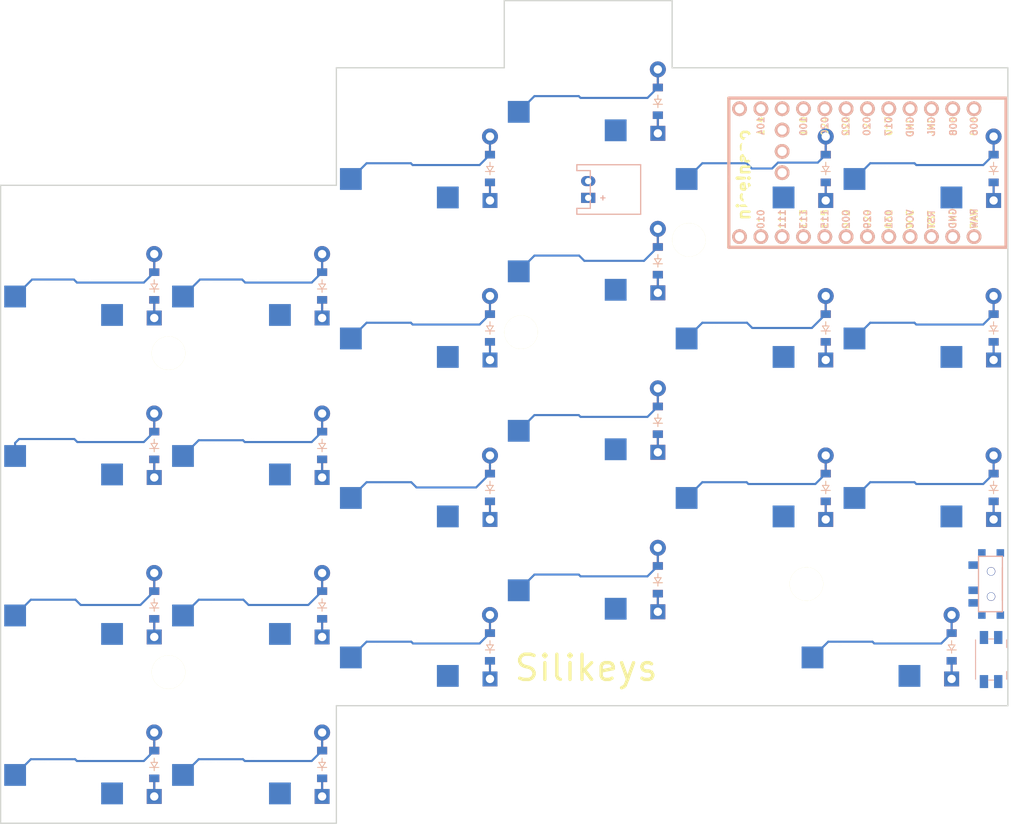
<source format=kicad_pcb>
(kicad_pcb (version 20240108) (generator "pcbnew") (generator_version "8.0")
  (title_block (title "left") (rev "v1.0.0") (company "Unknown"))
  (layers (0 "F.Cu" signal) (31 "B.Cu" signal) (34 "B.Paste" user) (35 "F.Paste" user) (36 "B.SilkS" user "B.Silkscreen") (37 "F.SilkS" user "F.Silkscreen") (38 "B.Mask" user) (39 "F.Mask" user) (44 "Edge.Cuts" user))
  (net 0 "")
  (net 1 "P020")
  (net 2 "shift_utility")
  (net 3 "shift_down")
  (net 4 "shift_home")
  (net 5 "shift_up")
  (net 6 "P022")
  (net 7 "a_utility")
  (net 8 "a_down")
  (net 9 "a_home")
  (net 10 "a_up")
  (net 11 "P024")
  (net 12 "s_utility")
  (net 13 "s_down")
  (net 14 "s_home")
  (net 15 "s_up")
  (net 16 "P100")
  (net 17 "d_utility")
  (net 18 "d_down")
  (net 19 "d_home")
  (net 20 "d_up")
  (net 21 "P011")
  (net 22 "f_down")
  (net 23 "f_home")
  (net 24 "f_up")
  (net 25 "P017")
  (net 26 "g_down")
  (net 27 "g_home")
  (net 28 "g_up")
  (net 29 "g_anchor")
  (net 30 "P029")
  (net 31 "P002")
  (net 32 "P115")
  (net 33 "P113")
  (net 34 "RAW")
  (net 35 "GND")
  (net 36 "RST")
  (net 37 "VCC")
  (net 38 "P031")
  (net 39 "P111")
  (net 40 "P010")
  (net 41 "P009")
  (net 42 "P006")
  (net 43 "P008")
  (net 44 "P104")
  (net 45 "P106")
  (net 46 "P101")
  (net 47 "P102")
  (net 48 "P107")
  (net 49 "pos")
  (footprint "E73:SPDT_C128955" (layer "F.Cu") (at 208 131 -90)
    (property "Reference" "T1" (hide yes))
    (property "Value" "" (hide yes))
  )
  (footprint "PG1350" (layer "F.Cu") (at 180 98 180)
    (property "Reference" "S18" (hide yes))
    (property "Value" "" (hide yes))
  )
  (footprint "PG1350" (layer "F.Cu") (at 100 131 180)
    (property "Reference" "S2" (hide yes))
    (property "Value" "" (hide yes))
  )
  (footprint "ComboDiode" (layer "F.Cu") (at 148.3 119.5 90)
    (property "Reference" "D10" (hide yes))
    (property "Value" "" (hide yes))
  )
  (footprint "ComboDiode" (layer "F.Cu") (at 148.3 138.5 90)
    (property "Reference" "D9" (hide yes))
    (property "Value" "" (hide yes))
  )
  (footprint "PG1350" (layer "F.Cu") (at 160 71 180)
    (property "Reference" "S16" (hide yes))
    (property "Value" "" (hide yes))
  )
  (footprint "PG1350" (layer "F.Cu") (at 200 98 180)
    (property "Reference" "S21" (hide yes))
    (property "Value" "" (hide yes))
  )
  (footprint "Panasonic_EVQPUL_EVQPUC" (layer "F.Cu") (at 208 140 -90)
    (property "Reference" "B1" (hide yes))
    (property "Value" "Panasonic_EVQPUL_EVQPUC" (hide yes))
  )
  (footprint "ComboDiode" (layer "F.Cu") (at 128.3 133.5 90)
    (property "Reference" "D6" (hide yes))
    (property "Value" "" (hide yes))
  )
  (footprint "HOLE_M2_TH" (layer "F.Cu") (at 152 101)
    (property "Reference" "")
    (property "Value" "")
  )
  (footprint "ComboDiode" (layer "F.Cu") (at 128.3 152.5 90)
    (property "Reference" "D5" (hide yes))
    (property "Value" "" (hide yes))
  )
  (footprint "JST_PH_S2B-PH-K_02x2.00mm_Angled" (layer "F.Cu") (at 160 84 90)
    (property "Reference" "JST1" (hide yes))
    (property "Value" "" (hide yes))
  )
  (footprint "PG1350" (layer "F.Cu") (at 180 117 180)
    (property "Reference" "S17" (hide yes))
    (property "Value" "" (hide yes))
  )
  (footprint "ComboDiode" (layer "F.Cu") (at 108.3 95.5 90)
    (property "Reference" "D4" (hide yes))
    (property "Value" "" (hide yes))
  )
  (footprint "PG1350" (layer "F.Cu") (at 100 93 180)
    (property "Reference" "S4" (hide yes))
    (property "Value" "" (hide yes))
  )
  (footprint "PG1350" (layer "F.Cu") (at 120 150 180)
    (property "Reference" "S5" (hide yes))
    (property "Value" "" (hide yes))
  )
  (footprint "PG1350" (layer "F.Cu") (at 140 117 180)
    (property "Reference" "S10" (hide yes))
    (property "Value" "" (hide yes))
  )
  (footprint "ComboDiode" (layer "F.Cu") (at 168.3 73.5 90)
    (property "Reference" "D16" (hide yes))
    (property "Value" "" (hide yes))
  )
  (footprint "ComboDiode" (layer "F.Cu") (at 108.3 133.5 90)
    (property "Reference" "D2" (hide yes))
    (property "Value" "" (hide yes))
  )
  (footprint "PG1350" (layer "F.Cu") (at 160 109 180)
    (property "Reference" "S14" (hide yes))
    (property "Value" "" (hide yes))
  )
  (footprint "ComboDiode" (layer "F.Cu") (at 188.3 119.5 90)
    (property "Reference" "D17" (hide yes))
    (property "Value" "" (hide yes))
  )
  (footprint "PG1350" (layer "F.Cu") (at 195 136 180)
    (property "Reference" "S23" (hide yes))
    (property "Value" "" (hide yes))
  )
  (footprint "ComboDiode" (layer "F.Cu") (at 168.3 111.5 90)
    (property "Reference" "D14" (hide yes))
    (property "Value" "" (hide yes))
  )
  (footprint "ComboDiode" (layer "F.Cu") (at 188.3 100.5 90)
    (property "Reference" "D18" (hide yes))
    (property "Value" "" (hide yes))
  )
  (footprint "ComboDiode" (layer "F.Cu") (at 188.3 81.5 90)
    (property "Reference" "D19" (hide yes))
    (property "Value" "" (hide yes))
  )
  (footprint "PG1350" (layer "F.Cu") (at 140 79 180)
    (property "Reference" "S12" (hide yes))
    (property "Value" "" (hide yes))
  )
  (footprint "PG1350" (layer "F.Cu") (at 180 79 180)
    (property "Reference" "S19" (hide yes))
    (property "Value" "" (hide yes))
  )
  (footprint "ComboDiode" (layer "F.Cu") (at 208.3 81.5 90)
    (property "Reference" "D22" (hide yes))
    (property "Value" "" (hide yes))
  )
  (footprint "PG1350" (layer "F.Cu") (at 140 136 180)
    (property "Reference" "S9" (hide yes))
    (property "Value" "" (hide yes))
  )
  (footprint "PG1350" (layer "F.Cu") (at 160 90 180)
    (property "Reference" "S15" (hide yes))
    (property "Value" "" (hide yes))
  )
  (footprint "PG1350" (layer "F.Cu") (at 140 98 180)
    (property "Reference" "S11" (hide yes))
    (property "Value" "" (hide yes))
  )
  (footprint "ComboDiode" (layer "F.Cu") (at 203.3 138.5 90)
    (property "Reference" "D23" (hide yes))
    (property "Value" "" (hide yes))
  )
  (footprint "ComboDiode" (layer "F.Cu") (at 208.3 119.5 90)
    (property "Reference" "D20" (hide yes))
    (property "Value" "" (hide yes))
  )
  (footprint "ComboDiode" (layer "F.Cu") (at 108.3 152.5 90)
    (property "Reference" "D1" (hide yes))
    (property "Value" "" (hide yes))
  )
  (footprint "HOLE_M2_TH" (layer "F.Cu") (at 110 141.5)
    (property "Reference" "")
    (property "Value" "")
  )
  (footprint "ComboDiode" (layer "F.Cu") (at 168.3 130.5 90)
    (property "Reference" "D13" (hide yes))
    (property "Value" "" (hide yes))
  )
  (footprint "HOLE_M2_TH" (layer "F.Cu") (at 186 131)
    (property "Reference" "")
    (property "Value" "")
  )
  (footprint "ComboDiode" (layer "F.Cu") (at 128.3 95.5 90)
    (property "Reference" "D8" (hide yes))
    (property "Value" "" (hide yes))
  )
  (footprint "ComboDiode" (layer "F.Cu") (at 208.3 100.5 90)
    (property "Reference" "D21" (hide yes))
    (property "Value" "" (hide yes))
  )
  (footprint "HOLE_M2_TH" (layer "F.Cu") (at 172 90)
    (property "Reference" "")
    (property "Value" "")
  )
  (footprint "PG1350" (layer "F.Cu") (at 120 112 180)
    (property "Reference" "S7" (hide yes))
    (property "Value" "" (hide yes))
  )
  (footprint "PG1350" (layer "F.Cu") (at 200 79 180)
    (property "Reference" "S22" (hide yes))
    (property "Value" "" (hide yes))
  )
  (footprint "HOLE_M2_TH" (layer "F.Cu") (at 110 103.5)
    (property "Reference" "")
    (property "Value" "")
  )
  (footprint "ComboDiode" (layer "F.Cu") (at 128.3 114.5 90)
    (property "Reference" "D7" (hide yes))
    (property "Value" "" (hide yes))
  )
  (footprint "ComboDiode" (layer "F.Cu") (at 148.3 100.5 90)
    (property "Reference" "D11" (hide yes))
    (property "Value" "" (hide yes))
  )
  (footprint "PG1350" (layer "F.Cu") (at 120 93 180)
    (property "Reference" "S8" (hide yes))
    (property "Value" "" (hide yes))
  )
  (footprint "ComboDiode" (layer "F.Cu") (at 108.3 114.5 90)
    (property "Reference" "D3" (hide yes))
    (property "Value" "" (hide yes))
  )
  (footprint "ComboDiode" (layer "F.Cu") (at 148.3 81.5 90)
    (property "Reference" "D12" (hide yes))
    (property "Value" "" (hide yes))
  )
  (footprint "nice_nano" (layer "F.Cu") (at 192 82 180)
    (property "Reference" "MCU1" (hide yes))
    (property "Value" "nice_nano" (hide yes))
  )
  (footprint "ComboDiode" (layer "F.Cu") (at 168.3 92.5 90)
    (property "Reference" "D15" (hide yes))
    (property "Value" "" (hide yes))
  )
  (footprint "PG1350" (layer "F.Cu") (at 120 131 180)
    (property "Reference" "S6" (hide yes))
    (property "Value" "" (hide yes))
  )
  (footprint "PG1350" (layer "F.Cu") (at 100 112 180)
    (property "Reference" "S3" (hide yes))
    (property "Value" "" (hide yes))
  )
  (footprint "PG1350" (layer "F.Cu") (at 160 128 180)
    (property "Reference" "S13" (hide yes))
    (property "Value" "" (hide yes))
  )
  (footprint "PG1350" (layer "F.Cu") (at 200 117 180)
    (property "Reference" "S20" (hide yes))
    (property "Value" "" (hide yes))
  )
  (footprint "PG1350" (layer "F.Cu") (at 100 150 180)
    (property "Reference" "S1" (hide yes))
    (property "Value" "" (hide yes))
  )
  (gr_line (start 170 61.5) (end 170 69.5) (stroke (width 0.15)) (layer "Edge.Cuts"))
  (gr_line (start 170 69.5) (end 210 69.5) (stroke (width 0.15)) (layer "Edge.Cuts"))
  (gr_line (start 90 159.5) (end 90 83.5) (stroke (width 0.15)) (layer "Edge.Cuts"))
  (gr_line (start 130 145.5) (end 130 159.5) (stroke (width 0.15)) (layer "Edge.Cuts"))
  (gr_line (start 130 145.5) (end 210 145.5) (stroke (width 0.15)) (layer "Edge.Cuts"))
  (gr_line (start 130 69.5) (end 150 69.5) (stroke (width 0.15)) (layer "Edge.Cuts"))
  (gr_line (start 90 83.5) (end 130 83.5) (stroke (width 0.15)) (layer "Edge.Cuts"))
  (gr_line (start 150 61.5) (end 170 61.5) (stroke (width 0.15)) (layer "Edge.Cuts"))
  (gr_line (start 130 159.5) (end 90 159.5) (stroke (width 0.15)) (layer "Edge.Cuts"))
  (gr_line (start 210 69.5) (end 210 145.5) (stroke (width 0.15)) (layer "Edge.Cuts"))
  (gr_line (start 150 69.5) (end 150 61.5) (stroke (width 0.15)) (layer "Edge.Cuts"))
  (gr_line (start 130 83.5) (end 130 69.5) (stroke (width 0.15)) (layer "Edge.Cuts"))
  (gr_text "Silikeys" (at 151 141 0) (layer "F.SilkS") (effects (font (size 3 3) (thickness 0.4)) (justify left)))
  (segment (start 108.3 150.85) (end 108.3 148.69) (width 0.25) (layer "F.Cu") (net 2))
  (segment (start 98.875 151.875) (end 99.0895 152.0895) (width 0.25) (layer "B.Cu") (net 2))
  (segment (start 107.0605 152.0895) (end 108.3 150.85) (width 0.25) (layer "B.Cu") (net 2))
  (segment (start 93.6 151.875) (end 98.875 151.875) (width 0.25) (layer "B.Cu") (net 2))
  (segment (start 91.725 153.75) (end 93.6 151.875) (width 0.25) (layer "B.Cu") (net 2))
  (segment (start 108.3 150.85) (end 108.3 148.69) (width 0.25) (layer "B.Cu") (net 2))
  (segment (start 99.0895 152.0895) (end 107.0605 152.0895) (width 0.25) (layer "B.Cu") (net 2))
  (segment (start 108.3 131.85) (end 108.3 129.69) (width 0.25) (layer "F.Cu") (net 3))
  (segment (start 106.65 133.5) (end 108.3 131.85) (width 0.25) (layer "B.Cu") (net 3))
  (segment (start 108.3 129.69) (end 108.3 131.85) (width 0.25) (layer "B.Cu") (net 3))
  (segment (start 91.725 134.75) (end 93.6 132.875) (width 0.25) (layer "B.Cu") (net 3))
  (segment (start 99.545001 133.5) (end 106.65 133.5) (width 0.25) (layer "B.Cu") (net 3))
  (segment (start 93.6 132.875) (end 98.920001 132.875) (width 0.25) (layer "B.Cu") (net 3))
  (segment (start 98.920001 132.875) (end 99.545001 133.5) (width 0.25) (layer "B.Cu") (net 3))
  (segment (start 108.3 112.85) (end 108.3 110.69) (width 0.25) (layer "F.Cu") (net 4))
  (segment (start 98.772501 113.7275) (end 99.134501 114.0895) (width 0.25) (layer "B.Cu") (net 4))
  (segment (start 91.725 114.2) (end 92.1975 113.7275) (width 0.25) (layer "B.Cu") (net 4))
  (segment (start 92.1975 113.7275) (end 98.772501 113.7275) (width 0.25) (layer "B.Cu") (net 4))
  (segment (start 107.0605 114.0895) (end 108.3 112.85) (width 0.25) (layer "B.Cu") (net 4))
  (segment (start 108.3 112.85) (end 108.3 110.69) (width 0.25) (layer "B.Cu") (net 4))
  (segment (start 99.134501 114.0895) (end 107.0605 114.0895) (width 0.25) (layer "B.Cu") (net 4))
  (segment (start 91.725 115.75) (end 91.725 114.2) (width 0.25) (layer "B.Cu") (net 4))
  (segment (start 108.3 91.69) (end 108.3 93.85) (width 0.25) (layer "F.Cu") (net 5))
  (segment (start 108.3 93.85) (end 108.3 91.69) (width 0.25) (layer "B.Cu") (net 5))
  (segment (start 98.7275 94.7275) (end 99.0895 95.0895) (width 0.25) (layer "B.Cu") (net 5))
  (segment (start 91.725 96.75) (end 93.7475 94.7275) (width 0.25) (layer "B.Cu") (net 5))
  (segment (start 93.7475 94.7275) (end 98.7275 94.7275) (width 0.25) (layer "B.Cu") (net 5))
  (segment (start 99.0895 95.0895) (end 107.0605 95.0895) (width 0.25) (layer "B.Cu") (net 5))
  (segment (start 107.0605 95.0895) (end 108.3 93.85) (width 0.25) (layer "B.Cu") (net 5))
  (segment (start 128.3 150.85) (end 128.3 148.69) (width 0.25) (layer "F.Cu") (net 7))
  (segment (start 127.0605 152.0895) (end 128.3 150.85) (width 0.25) (layer "B.Cu") (net 7))
  (segment (start 128.3 148.69) (end 128.3 150.85) (width 0.25) (layer "B.Cu") (net 7))
  (segment (start 111.725 153.75) (end 113.6 151.875) (width 0.25) (layer "B.Cu") (net 7))
  (segment (start 118.875 151.875) (end 119.0895 152.0895) (width 0.25) (layer "B.Cu") (net 7))
  (segment (start 119.0895 152.0895) (end 127.0605 152.0895) (width 0.25) (layer "B.Cu") (net 7))
  (segment (start 113.6 151.875) (end 118.875 151.875) (width 0.25) (layer "B.Cu") (net 7))
  (segment (start 128.3 131.85) (end 128.3 129.69) (width 0.25) (layer "F.Cu") (net 8))
  (segment (start 118.920001 132.875) (end 119.545001 133.5) (width 0.25) (layer "B.Cu") (net 8))
  (segment (start 111.725 134.75) (end 113.6 132.875) (width 0.25) (layer "B.Cu") (net 8))
  (segment (start 128.3 131.85) (end 128.3 129.69) (width 0.25) (layer "B.Cu") (net 8))
  (segment (start 119.545001 133.5) (end 126.65 133.5) (width 0.25) (layer "B.Cu") (net 8))
  (segment (start 113.6 132.875) (end 118.920001 132.875) (width 0.25) (layer "B.Cu") (net 8))
  (segment (start 126.65 133.5) (end 128.3 131.85) (width 0.25) (layer "B.Cu") (net 8))
  (segment (start 128.3 112.85) (end 128.3 110.69) (width 0.25) (layer "F.Cu") (net 9))
  (segment (start 127.0605 114.0895) (end 128.3 112.85) (width 0.25) (layer "B.Cu") (net 9))
  (segment (start 128.3 112.85) (end 128.3 110.69) (width 0.25) (layer "B.Cu") (net 9))
  (segment (start 113.6 113.875) (end 118.875 113.875) (width 0.25) (layer "B.Cu") (net 9))
  (segment (start 118.875 113.875) (end 119.0895 114.0895) (width 0.25) (layer "B.Cu") (net 9))
  (segment (start 119.0895 114.0895) (end 127.0605 114.0895) (width 0.25) (layer "B.Cu") (net 9))
  (segment (start 111.725 115.75) (end 113.6 113.875) (width 0.25) (layer "B.Cu") (net 9))
  (segment (start 128.3 91.69) (end 128.3 93.85) (width 0.25) (layer "F.Cu") (net 10))
  (segment (start 111.725 96.75) (end 113.7475 94.7275) (width 0.25) (layer "B.Cu") (net 10))
  (segment (start 128.3 93.85) (end 128.3 91.69) (width 0.25) (layer "B.Cu") (net 10))
  (segment (start 118.772501 94.7275) (end 119.134501 95.0895) (width 0.25) (layer "B.Cu") (net 10))
  (segment (start 113.7475 94.7275) (end 118.772501 94.7275) (width 0.25) (layer "B.Cu") (net 10))
  (segment (start 119.134501 95.0895) (end 127.0605 95.0895) (width 0.25) (layer "B.Cu") (net 10))
  (segment (start 127.0605 95.0895) (end 128.3 93.85) (width 0.25) (layer "B.Cu") (net 10))
  (segment (start 148.3 136.85) (end 148.3 134.69) (width 0.25) (layer "F.Cu") (net 12))
  (segment (start 138.920001 137.875) (end 139.134501 138.0895) (width 0.25) (layer "B.Cu") (net 12))
  (segment (start 133.6 137.875) (end 138.920001 137.875) (width 0.25) (layer "B.Cu") (net 12))
  (segment (start 148.3 134.69) (end 148.3 136.85) (width 0.25) (layer "B.Cu") (net 12))
  (segment (start 147.0605 138.0895) (end 148.3 136.85) (width 0.25) (layer "B.Cu") (net 12))
  (segment (start 131.725 139.75) (end 133.6 137.875) (width 0.25) (layer "B.Cu") (net 12))
  (segment (start 139.134501 138.0895) (end 147.0605 138.0895) (width 0.25) (layer "B.Cu") (net 12))
  (segment (start 148.3 117.85) (end 148.3 115.69) (width 0.25) (layer "F.Cu") (net 13))
  (segment (start 148.3 115.69) (end 148.3 117.85) (width 0.25) (layer "B.Cu") (net 13))
  (segment (start 146.65 119.5) (end 148.3 117.85) (width 0.25) (layer "B.Cu") (net 13))
  (segment (start 131.725 120.75) (end 133.6 118.875) (width 0.25) (layer "B.Cu") (net 13))
  (segment (start 138.920001 118.875) (end 139.545001 119.5) (width 0.25) (layer "B.Cu") (net 13))
  (segment (start 139.545001 119.5) (end 146.65 119.5) (width 0.25) (layer "B.Cu") (net 13))
  (segment (start 133.6 118.875) (end 138.920001 118.875) (width 0.25) (layer "B.Cu") (net 13))
  (segment (start 148.3 96.69) (end 148.3 98.85) (width 0.25) (layer "F.Cu") (net 14))
  (segment (start 139.0895 100.0895) (end 147.0605 100.0895) (width 0.25) (layer "B.Cu") (net 14))
  (segment (start 138.875 99.875) (end 139.0895 100.0895) (width 0.25) (layer "B.Cu") (net 14))
  (segment (start 131.725 101.75) (end 133.6 99.875) (width 0.25) (layer "B.Cu") (net 14))
  (segment (start 148.3 96.69) (end 148.3 98.85) (width 0.25) (layer "B.Cu") (net 14))
  (segment (start 147.0605 100.0895) (end 148.3 98.85) (width 0.25) (layer "B.Cu") (net 14))
  (segment (start 133.6 99.875) (end 138.875 99.875) (width 0.25) (layer "B.Cu") (net 14))
  (segment (start 148.3 77.69) (end 148.3 79.85) (width 0.25) (layer "F.Cu") (net 15))
  (segment (start 147.0605 81.0895) (end 148.3 79.85) (width 0.25) (layer "B.Cu") (net 15))
  (segment (start 138.875 80.875) (end 139.0895 81.0895) (width 0.25) (layer "B.Cu") (net 15))
  (segment (start 139.0895 81.0895) (end 147.0605 81.0895) (width 0.25) (layer "B.Cu") (net 15))
  (segment (start 133.6 80.875) (end 138.875 80.875) (width 0.25) (layer "B.Cu") (net 15))
  (segment (start 131.725 82.75) (end 133.6 80.875) (width 0.25) (layer "B.Cu") (net 15))
  (segment (start 148.3 79.85) (end 148.3 77.69) (width 0.25) (layer "B.Cu") (net 15))
  (segment (start 168.3 128.85) (end 168.3 126.69) (width 0.25) (layer "F.Cu") (net 17))
  (segment (start 159.0895 130.0895) (end 167.0605 130.0895) (width 0.25) (layer "B.Cu") (net 17))
  (segment (start 158.875 129.875) (end 159.0895 130.0895) (width 0.25) (layer "B.Cu") (net 17))
  (segment (start 151.725 131.75) (end 153.6 129.875) (width 0.25) (layer "B.Cu") (net 17))
  (segment (start 168.3 128.85) (end 168.3 126.69) (width 0.25) (layer "B.Cu") (net 17))
  (segment (start 167.0605 130.0895) (end 168.3 128.85) (width 0.25) (layer "B.Cu") (net 17))
  (segment (start 153.6 129.875) (end 158.875 129.875) (width 0.25) (layer "B.Cu") (net 17))
  (segment (start 168.3 109.85) (end 168.3 107.69) (width 0.25) (layer "F.Cu") (net 18))
  (segment (start 168.3 109.85) (end 168.3 107.69) (width 0.25) (layer "B.Cu") (net 18))
  (segment (start 167.0605 111.0895) (end 168.3 109.85) (width 0.25) (layer "B.Cu") (net 18))
  (segment (start 153.6 110.875) (end 158.875 110.875) (width 0.25) (layer "B.Cu") (net 18))
  (segment (start 151.725 112.75) (end 153.6 110.875) (width 0.25) (layer "B.Cu") (net 18))
  (segment (start 159.0895 111.0895) (end 167.0605 111.0895) (width 0.25) (layer "B.Cu") (net 18))
  (segment (start 158.875 110.875) (end 159.0895 111.0895) (width 0.25) (layer "B.Cu") (net 18))
  (segment (start 168.3 90.85) (end 168.3 88.69) (width 0.25) (layer "F.Cu") (net 19))
  (segment (start 151.725 93.75) (end 153.6 91.875) (width 0.25) (layer "B.Cu") (net 19))
  (segment (start 166.65 92.5) (end 168.3 90.85) (width 0.25) (layer "B.Cu") (net 19))
  (segment (start 159.545001 92.5) (end 166.65 92.5) (width 0.25) (layer "B.Cu") (net 19))
  (segment (start 153.6 91.875) (end 158.920001 91.875) (width 0.25) (layer "B.Cu") (net 19))
  (segment (start 158.920001 91.875) (end 159.545001 92.5) (width 0.25) (layer "B.Cu") (net 19))
  (segment (start 168.3 90.85) (end 168.3 88.69) (width 0.25) (layer "B.Cu") (net 19))
  (segment (start 168.3 69.69) (end 168.3 71.85) (width 0.25) (layer "F.Cu") (net 20))
  (segment (start 153.6 72.875) (end 158.875 72.875) (width 0.25) (layer "B.Cu") (net 20))
  (segment (start 168.3 71.85) (end 168.3 69.69) (width 0.25) (layer "B.Cu") (net 20))
  (segment (start 167.0605 73.0895) (end 168.3 71.85) (width 0.25) (layer "B.Cu") (net 20))
  (segment (start 158.875 72.875) (end 159.0895 73.0895) (width 0.25) (layer "B.Cu") (net 20))
  (segment (start 159.0895 73.0895) (end 167.0605 73.0895) (width 0.25) (layer "B.Cu") (net 20))
  (segment (start 151.725 74.75) (end 153.6 72.875) (width 0.25) (layer "B.Cu") (net 20))
  (segment (start 188.3 117.85) (end 188.3 115.69) (width 0.25) (layer "F.Cu") (net 22))
  (segment (start 173.6 118.875) (end 178.875 118.875) (width 0.25) (layer "B.Cu") (net 22))
  (segment (start 188.3 115.69) (end 188.3 117.85) (width 0.25) (layer "B.Cu") (net 22))
  (segment (start 179.0895 119.0895) (end 187.0605 119.0895) (width 0.25) (layer "B.Cu") (net 22))
  (segment (start 171.725 120.75) (end 173.6 118.875) (width 0.25) (layer "B.Cu") (net 22))
  (segment (start 178.875 118.875) (end 179.0895 119.0895) (width 0.25) (layer "B.Cu") (net 22))
  (segment (start 187.0605 119.0895) (end 188.3 117.85) (width 0.25) (layer "B.Cu") (net 22))
  (segment (start 188.3 98.85) (end 188.3 96.69) (width 0.25) (layer "F.Cu") (net 23))
  (segment (start 186.65 100.5) (end 188.3 98.85) (width 0.25) (layer "B.Cu") (net 23))
  (segment (start 179.545001 100.5) (end 186.65 100.5) (width 0.25) (layer "B.Cu") (net 23))
  (segment (start 171.725 101.75) (end 173.6 99.875) (width 0.25) (layer "B.Cu") (net 23))
  (segment (start 188.3 96.69) (end 188.3 98.85) (width 0.25) (layer "B.Cu") (net 23))
  (segment (start 178.920001 99.875) (end 179.545001 100.5) (width 0.25) (layer "B.Cu") (net 23))
  (segment (start 173.6 99.875) (end 178.920001 99.875) (width 0.25) (layer "B.Cu") (net 23))
  (segment (start 188.3 79.85) (end 188.3 77.69) (width 0.25) (layer "F.Cu") (net 24))
  (segment (start 171.725 82.75) (end 173.6 80.875) (width 0.25) (layer "B.Cu") (net 24))
  (segment (start 181.911105 81.5) (end 182.612405 80.7987) (width 0.25) (layer "B.Cu") (net 24))
  (segment (start 188.3 79.85) (end 188.3 77.69) (width 0.25) (layer "B.Cu") (net 24))
  (segment (start 187.3513 80.7987) (end 188.3 79.85) (width 0.25) (layer "B.Cu") (net 24))
  (segment (start 178.875 80.875) (end 179.5 81.5) (width 0.25) (layer "B.Cu") (net 24))
  (segment (start 179.5 81.5) (end 181.911105 81.5) (width 0.25) (layer "B.Cu") (net 24))
  (segment (start 182.612405 80.7987) (end 187.3513 80.7987) (width 0.25) (layer "B.Cu") (net 24))
  (segment (start 173.6 80.875) (end 178.875 80.875) (width 0.25) (layer "B.Cu") (net 24))
  (segment (start 208.3 117.85) (end 208.3 115.69) (width 0.25) (layer "F.Cu") (net 26))
  (segment (start 191.725 120.75) (end 193.6 118.875) (width 0.25) (layer "B.Cu") (net 26))
  (segment (start 193.6 118.875) (end 198.875 118.875) (width 0.25) (layer "B.Cu") (net 26))
  (segment (start 208.3 117.85) (end 208.3 115.69) (width 0.25) (layer "B.Cu") (net 26))
  (segment (start 199.0895 119.0895) (end 207.0605 119.0895) (width 0.25) (layer "B.Cu") (net 26))
  (segment (start 207.0605 119.0895) (end 208.3 117.85) (width 0.25) (layer "B.Cu") (net 26))
  (segment (start 198.875 118.875) (end 199.0895 119.0895) (width 0.25) (layer "B.Cu") (net 26))
  (segment (start 208.3 96.69) (end 208.3 98.85) (width 0.25) (layer "F.Cu") (net 27))
  (segment (start 193.6 99.875) (end 198.875 99.875) (width 0.25) (layer "B.Cu") (net 27))
  (segment (start 208.3 98.85) (end 208.3 96.69) (width 0.25) (layer "B.Cu") (net 27))
  (segment (start 198.875 99.875) (end 199.0895 100.0895) (width 0.25) (layer "B.Cu") (net 27))
  (segment (start 199.0895 100.0895) (end 207.0605 100.0895) (width 0.25) (layer "B.Cu") (net 27))
  (segment (start 191.725 101.75) (end 193.6 99.875) (width 0.25) (layer "B.Cu") (net 27))
  (segment (start 207.0605 100.0895) (end 208.3 98.85) (width 0.25) (layer "B.Cu") (net 27))
  (segment (start 208.3 77.69) (end 208.3 79.85) (width 0.25) (layer "F.Cu") (net 28))
  (segment (start 191.725 82.75) (end 193.6 80.875) (width 0.25) (layer "B.Cu") (net 28))
  (segment (start 199.0895 81.0895) (end 207.0605 81.0895) (width 0.25) (layer "B.Cu") (net 28))
  (segment (start 208.3 79.85) (end 208.3 77.69) (width 0.25) (layer "B.Cu") (net 28))
  (segment (start 198.875 80.875) (end 199.0895 81.0895) (width 0.25) (layer "B.Cu") (net 28))
  (segment (start 207.0605 81.0895) (end 208.3 79.85) (width 0.25) (layer "B.Cu") (net 28))
  (segment (start 193.6 80.875) (end 198.875 80.875) (width 0.25) (layer "B.Cu") (net 28))
  (segment (start 203.3 134.69) (end 203.3 136.85) (width 0.25) (layer "F.Cu") (net 29))
  (segment (start 193.875 137.875) (end 194.0895 138.0895) (width 0.25) (layer "B.Cu") (net 29))
  (segment (start 202.0605 138.0895) (end 203.3 136.85) (width 0.25) (layer "B.Cu") (net 29))
  (segment (start 194.0895 138.0895) (end 202.0605 138.0895) (width 0.25) (layer "B.Cu") (net 29))
  (segment (start 188.6 137.875) (end 193.875 137.875) (width 0.25) (layer "B.Cu") (net 29))
  (segment (start 203.3 134.69) (end 203.3 136.85) (width 0.25) (layer "B.Cu") (net 29))
  (segment (start 186.725 139.75) (end 188.6 137.875) (width 0.25) (layer "B.Cu") (net 29))
  (segment (start 108.3 156.31) (end 108.3 154.15) (width 0.25) (layer "F.Cu") (net 30))
  (segment (start 128.3 156.31) (end 128.3 154.15) (width 0.25) (layer "F.Cu") (net 30))
  (segment (start 148.3 142.31) (end 148.3 140.15) (width 0.25) (layer "F.Cu") (net 30))
  (segment (start 203.3 140.15) (end 203.3 142.31) (width 0.25) (layer "F.Cu") (net 30))
  (segment (start 168.3 134.31) (end 168.3 132.15) (width 0.25) (layer "F.Cu") (net 30))
  (segment (start 108.3 154.15) (end 108.3 156.31) (width 0.25) (layer "B.Cu") (net 30))
  (segment (start 168.3 134.31) (end 168.3 132.15) (width 0.25) (layer "B.Cu") (net 30))
  (segment (start 128.3 156.31) (end 128.3 154.15) (width 0.25) (layer "B.Cu") (net 30))
  (segment (start 148.3 140.15) (end 148.3 142.31) (width 0.25) (layer "B.Cu") (net 30))
  (segment (start 203.3 140.15) (end 203.3 142.31) (width 0.25) (layer "B.Cu") (net 30))
  (segment (start 188.3 123.31) (end 188.3 121.15) (width 0.25) (layer "F.Cu") (net 31))
  (segment (start 148.3 123.31) (end 148.3 121.15) (width 0.25) (layer "F.Cu") (net 31))
  (segment (start 208.3 123.31) (end 208.3 121.15) (width 0.25) (layer "F.Cu") (net 31))
  (segment (start 108.3 137.31) (end 108.3 135.15) (width 0.25) (layer "F.Cu") (net 31))
  (segment (start 128.3 137.31) (end 128.3 135.15) (width 0.25) (layer "F.Cu") (net 31))
  (segment (start 168.3 115.31) (end 168.3 113.15) (width 0.25) (layer "F.Cu") (net 31))
  (segment (start 128.3 137.31) (end 128.3 135.15) (width 0.25) (layer "B.Cu") (net 31))
  (segment (start 208.3 123.31) (end 208.3 121.15) (width 0.25) (layer "B.Cu") (net 31))
  (segment (start 108.3 135.15) (end 108.3 137.31) (width 0.25) (layer "B.Cu") (net 31))
  (segment (start 148.3 121.15) (end 148.3 123.31) (width 0.25) (layer "B.Cu") (net 31))
  (segment (start 168.3 115.31) (end 168.3 113.15) (width 0.25) (layer "B.Cu") (net 31))
  (segment (start 188.3 121.15) (end 188.3 123.31) (width 0.25) (layer "B.Cu") (net 31))
  (segment (start 208.3 102.15) (end 208.3 104.31) (width 0.25) (layer "F.Cu") (net 32))
  (segment (start 128.3 118.31) (end 128.3 116.15) (width 0.25) (layer "F.Cu") (net 32))
  (segment (start 148.3 102.15) (end 148.3 104.31) (width 0.25) (layer "F.Cu") (net 32))
  (segment (start 168.3 96.31) (end 168.3 94.15) (width 0.25) (layer "F.Cu") (net 32))
  (segment (start 108.3 118.31) (end 108.3 116.15) (width 0.25) (layer "F.Cu") (net 32))
  (segment (start 188.3 102.15) (end 188.3 104.31) (width 0.25) (layer "F.Cu") (net 32))
  (segment (start 208.3 104.31) (end 208.3 102.15) (width 0.25) (layer "B.Cu") (net 32))
  (segment (start 188.3 102.15) (end 188.3 104.31) (width 0.25) (layer "B.Cu") (net 32))
  (segment (start 108.3 116.15) (end 108.3 118.31) (width 0.25) (layer "B.Cu") (net 32))
  (segment (start 148.3 102.15) (end 148.3 104.31) (width 0.25) (layer "B.Cu") (net 32))
  (segment (start 128.3 118.31) (end 128.3 116.15) (width 0.25) (layer "B.Cu") (net 32))
  (segment (start 168.3 96.31) (end 168.3 94.15) (width 0.25) (layer "B.Cu") (net 32))
  (segment (start 108.3 97.15) (end 108.3 99.31) (width 0.25) (layer "F.Cu") (net 33))
  (segment (start 168.3 75.15) (end 168.3 77.31) (width 0.25) (layer "F.Cu") (net 33))
  (segment (start 188.3 85.31) (end 188.3 83.15) (width 0.25) (layer "F.Cu") (net 33))
  (segment (start 208.3 83.15) (end 208.3 85.31) (width 0.25) (layer "F.Cu") (net 33))
  (segment (start 128.3 97.15) (end 128.3 99.31) (width 0.25) (layer "F.Cu") (net 33))
  (segment (start 148.3 83.15) (end 148.3 85.31) (width 0.25) (layer "F.Cu") (net 33))
  (segment (start 128.3 97.15) (end 128.3 99.31) (width 0.25) (layer "B.Cu") (net 33))
  (segment (start 108.3 99.31) (end 108.3 97.15) (width 0.25) (layer "B.Cu") (net 33))
  (segment (start 188.3 83.15) (end 188.3 85.31) (width 0.25) (layer "B.Cu") (net 33))
  (segment (start 208.3 83.15) (end 208.3 85.31) (width 0.25) (layer "B.Cu") (net 33))
  (segment (start 148.3 85.31) (end 148.3 83.15) (width 0.25) (layer "B.Cu") (net 33))
  (segment (start 168.3 77.31) (end 168.3 75.15) (width 0.25) (layer "B.Cu") (net 33))
)
</source>
